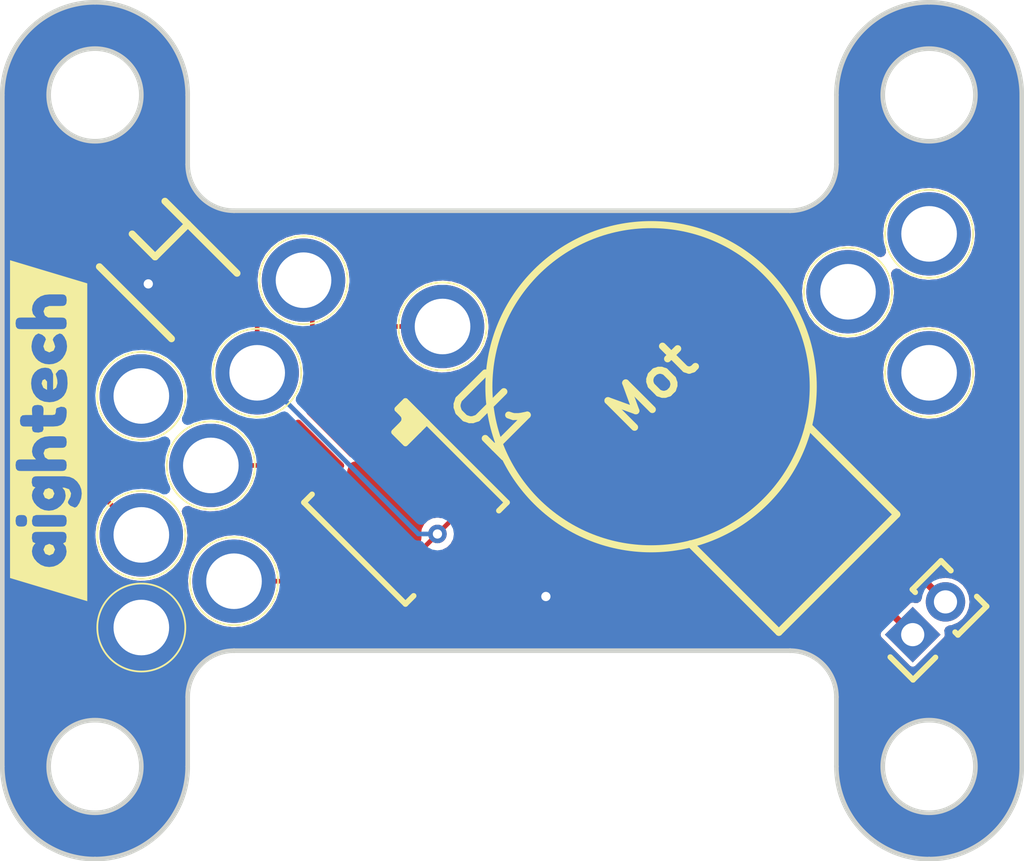
<source format=kicad_pcb>
(kicad_pcb (version 20221018) (generator pcbnew)
  (layers (0 "F.Cu" signal "Front") (31 "B.Cu" signal "Back") (34 "B.Paste" user) (35 "F.Paste" user) (36 "B.SilkS" user "B.Silkscreen") (37 "F.SilkS" user "F.Silkscreen") (38 "B.Mask" user) (39 "F.Mask" user) (44 "Edge.Cuts" user))
  (net 0 "")
  (net 1 "GND")
  (net 2 "OUT2")
  (net 3 "RESETB")
  (net 4 "+3.3V")
  (net 5 "OUT3")
  (net 6 "OUT1")
  (net 7 "I2C_SCL")
  (net 8 "I2C_SDA")
  (net 9 "AUX2")
  (net 10 "AUX1")
  (net 11 "+5VA")
  (net 12 "MOT-")
  (net 13 "MOT+")
  (net 14 "/reg")
  (footprint "00_custom-footprints:WS2812-2020" (layer "F.Cu") (at 143.58 92.28 135)
    (fp_text reference "U2" hide)
    (fp_text value "WS2812-2020" hide)
    (fp_line (start -1.1 -1) (end 1.1 -1) (stroke (width 0.15)) (layer "F.SilkS"))
    (fp_line (start -1.1 1) (end 1.1 1) (stroke (width 0.15)) (layer "F.SilkS"))
    (fp_line (start 0.4 0) (end 1.1 0) (stroke (width 0.15)) (layer "F.SilkS"))
    (fp_line (start 0.4 1) (end 0.4 0) (stroke (width 0.15)) (layer "F.SilkS"))
    (pad "1" smd rect (at 0.915 0.55 135) (size 0.7 0.7) (layers "F.Cu" "F.Paste" "F.Mask"))
    (pad "2" smd rect (at 0.915 -0.55 135) (size 0.7 0.7) (layers "F.Cu" "F.Paste" "F.Mask") (net 1 "GND"))
    (pad "3" smd rect (at -0.915 -0.55 135) (size 0.7 0.7) (layers "F.Cu" "F.Paste" "F.Mask") (net 2 "OUT2"))
    (pad "4" smd rect (at -0.915 0.55 135) (size 0.7 0.7) (layers "F.Cu" "F.Paste" "F.Mask") (net 4 "+3.3V"))
  )
  (footprint "00_Custom:Pin_D1.2mm_pogo" (layer "F.Cu") (at 146.5 92.5)
    (fp_text reference "J32" hide)
    (fp_text value "Conn_01x01_Female" hide)
    (pad "1" thru_hole circle (at 0 0) (size 1.8 1.8) (drill 1.2) (layers "*.Cu" "*.Mask") (net 8 "I2C_SDA"))
  )
  (footprint "00_Custom:Pin_D1.2mm_pogo" (layer "F.Cu") (at 144.5 96.5)
    (fp_text reference "J22" hide)
    (fp_text value "Conn_01x01_Female" hide)
    (pad "1" thru_hole circle (at 0 0) (size 1.8 1.8) (drill 1.2) (layers "*.Cu" "*.Mask") (net 5 "OUT3"))
  )
  (footprint "00_Custom:Pin_D1.2mm_pogo" (layer "F.Cu") (at 160 91.5)
    (fp_text reference "J43" hide)
    (fp_text value "Conn_01x01_Female" hide)
    (pad "1" thru_hole circle (at 0 0) (size 1.8 1.8) (drill 1.2) (layers "*.Cu" "*.Mask") (net 11 "+5VA"))
  )
  (footprint "00_Custom:Pin_D1.2mm_pogo" (layer "F.Cu") (at 145 99)
    (fp_text reference "J23" hide)
    (fp_text value "Conn_01x01_Female" hide)
    (pad "1" thru_hole circle (at 0 0) (size 1.8 1.8) (drill 1.2) (layers "*.Cu" "*.Mask") (net 6 "OUT1"))
  )
  (footprint "Capacitor_SMD:C_0201_0603Metric" (layer "F.Cu") (at 149.7 95.4 -45)
    (fp_text reference "C1" hide)
    (fp_text value "1uF" hide)
    (pad "1" smd roundrect (at -0.32 0 315) (size 0.46 0.4) (layers "F.Cu" "F.Mask") (net 14 "/reg"))
    (pad "2" smd roundrect (at 0.32 0 315) (size 0.46 0.4) (layers "F.Cu" "F.Mask") (net 1 "GND"))
  )
  (footprint "00_Custom:Pin_D1.2mm_pogo" (layer "F.Cu") (at 149.5 93.5)
    (fp_text reference "J31" hide)
    (fp_text value "Conn_01x01_Female" hide)
    (pad "1" thru_hole circle (at 0 0) (size 1.8 1.8) (drill 1.2) (layers "*.Cu" "*.Mask") (net 7 "I2C_SCL"))
  )
  (footprint "00_Custom:Pin_D1.2mm_pogo" (layer "F.Cu") (at 143 98)
    (fp_text reference "J12" hide)
    (fp_text value "Conn_01x01_Female" hide)
    (pad "1" thru_hole circle (at 0 0) (size 1.8 1.8) (drill 1.2) (layers "*.Cu" "*.Mask") (net 2 "OUT2"))
  )
  (footprint "00_custom-footprints:DRV2605L-VSSOP" (layer "F.Cu") (at 148.7 97.3 -45)
    (fp_text reference "U1" (at 0 -2.65 -45 unlocked) (layer "F.SilkS"))
    (fp_text value "DRV2605L" hide)
    (fp_line (start -1.55 -1.55) (end 1.55 -1.55) (stroke (width 0.12)) (layer "F.SilkS"))
    (fp_line (start -1.55 -1.3) (end -1.55 -1.55) (stroke (width 0.12)) (layer "F.SilkS"))
    (fp_line (start -1.55 1.55) (end -1.55 1.3) (stroke (width 0.12)) (layer "F.SilkS"))
    (fp_line (start -1.55 1.55) (end 1.55 1.55) (stroke (width 0.12)) (layer "F.SilkS"))
    (fp_line (start 1.55 -1.3) (end 1.55 -1.55) (stroke (width 0.12)) (layer "F.SilkS"))
    (fp_line (start 1.55 1.3) (end 1.55 1.55) (stroke (width 0.12)) (layer "F.SilkS"))
    (fp_rect (start -1.55 -1.3) (end -0.9 -1.55) (stroke (width 0.12)) (fill solid) (layer "F.SilkS"))
    (fp_rect (start -1.25 -0.9) (end -0.9 -1.3) (stroke (width 0.12)) (fill solid) (layer "F.SilkS"))
    (fp_arc (start -1.4 -1.3) (mid -1.293934 -1.256066) (end -1.25 -1.15) (stroke (width 0.12)) (layer "F.SilkS"))
    (pad "1" smd roundrect (at -2.2 -1 315) (size 1.45 0.3) (layers "F.Cu" "F.Paste" "F.Mask") (net 14 "/reg"))
    (pad "2" smd roundrect (at -2.2 -0.5 315) (size 1.45 0.3) (layers "F.Cu" "F.Paste" "F.Mask") (net 7 "I2C_SCL"))
    (pad "3" smd roundrect (at -2.2 0 315) (size 1.45 0.3) (layers "F.Cu" "F.Paste" "F.Mask") (net 8 "I2C_SDA"))
    (pad "4" smd roundrect (at -2.2 0.5 315) (size 1.45 0.3) (layers "F.Cu" "F.Paste" "F.Mask") (net 6 "OUT1"))
    (pad "5" smd roundrect (at -2.2 1 315) (size 1.45 0.3) (layers "F.Cu" "F.Paste" "F.Mask") (net 5 "OUT3"))
    (pad "6" smd roundrect (at 2.2 1 315) (size 1.45 0.3) (layers "F.Cu" "F.Paste" "F.Mask") (net 4 "+3.3V"))
    (pad "7" smd roundrect (at 2.2 0.5 315) (size 1.45 0.3) (layers "F.Cu" "F.Paste" "F.Mask") (net 13 "MOT+"))
    (pad "8" smd roundrect (at 2.2 0 315) (size 1.45 0.3) (layers "F.Cu" "F.Paste" "F.Mask") (net 1 "GND"))
    (pad "9" smd roundrect (at 2.2 -0.5 315) (size 1.45 0.3) (layers "F.Cu" "F.Paste" "F.Mask") (net 12 "MOT-"))
    (pad "10" smd roundrect (at 2.2 -1 315) (size 1.45 0.3) (layers "F.Cu" "F.Paste" "F.Mask") (net 4 "+3.3V"))
  )
  (footprint "00_Custom:Pin_D1.2mm_pogo" (layer "F.Cu") (at 158.25 92.75)
    (fp_text reference "J42" hide)
    (fp_text value "Conn_01x01_Female" hide)
    (pad "1" thru_hole circle (at 0 0) (size 1.8 1.8) (drill 1.2) (layers "*.Cu" "*.Mask") (net 10 "AUX1"))
  )
  (footprint "00_Custom:Pin_D1.2mm_pogo" (layer "F.Cu") (at 143 95)
    (fp_text reference "J13" hide)
    (fp_text value "Conn_01x01_Female" hide)
    (pad "1" thru_hole circle (at 0 0) (size 1.8 1.8) (drill 1.2) (layers "*.Cu" "*.Mask") (net 3 "RESETB"))
  )
  (footprint "kibuzzard-63F61033" (layer "F.Cu") (at 141 95.75 90)
    (fp_text reference "kibuzzard-63F61033" hide)
    (fp_text value "G***" hide)
    (fp_poly (pts (xy 1.060132 -0.03429) (xy 1.114425 -0.08001) (xy 1.089422 -0.132874) (xy 1.017984 -0.152876) (xy 0.92583 -0.115014) (xy 0.88011 -0.03429) (xy 1.060132 -0.03429)) (fill solid) (layer "F.SilkS"))
    (fp_poly (pts (xy -2.693194 0.014287) (xy -2.656046 0.099298) (xy -2.566035 0.13716) (xy -2.478167 0.098584) (xy -2.443162 0.013573) (xy -2.476738 -0.072866) (xy -2.566749 -0.112871) (xy -2.658189 -0.072866) (xy -2.693194 0.014287)) (fill solid) (layer "F.SilkS"))
    (fp_poly (pts (xy -1.483042 0.003572) (xy -1.446609 0.087154) (xy -1.358027 0.124301) (xy -1.271587 0.086439) (xy -1.237297 0.003572) (xy -1.270159 -0.080724) (xy -1.358741 -0.120015) (xy -1.448752 -0.081439) (xy -1.483042 0.003572)) (fill solid) (layer "F.SilkS"))
    (fp_poly (pts (xy -2.943225 -0.833438) (xy -3.18135 -0.833438) (xy -3.681412 0.833438) (xy -3.18135 0.833438) (xy -2.943225 0.833438) (xy -2.296716 0.833438) (xy -2.296716 0.387191) (xy -2.401014 0.367903) (xy -2.431732 0.311467) (xy -2.502277 0.36826) (xy -2.608183 0.387191) (xy -2.68859 0.37465) (xy -2.765028 0.337026) (xy -2.837497 0.27432) (xy -2.896235 0.195024) (xy -2.931477 0.107632) (xy -2.943225 0.012144) (xy -2.931398 -0.083264) (xy -2.895917 -0.170418) (xy -2.836783 -0.249317) (xy -2.76352 -0.311626) (xy -2.685653 -0.349012) (xy -2.603182 -0.361474) (xy -2.5146 -0.344329) (xy -2.458879 -0.312182) (xy -2.433161 -0.282893) (xy -2.400657 -0.3429) (xy -2.32029 -0.362903) (xy -2.237422 -0.35433) (xy -2.199561 -0.324326) (xy -2.186702 -0.286464) (xy -2.184559 -0.237173) (xy -2.184559 0.26289) (xy -2.186702 0.312182) (xy -2.198846 0.350044) (xy -2.233315 0.377904) (xy -2.296716 0.387191) (xy -2.296716 0.833438) (xy -1.945957 0.833438) (xy -1.945957 0.390049) (xy -2.018467 0.380405) (xy -2.055971 0.351473) (xy -2.068116 0.314325) (xy -2.070259 0.264319) (xy -2.070259 -0.237173) (xy -2.068116 -0.286464) (xy -2.055971 -0.324326) (xy -2.018109 -0.352187) (xy -1.945243 -0.361384) (xy -1.945243 -0.464344) (xy -2.017395 -0.472916) (xy -2.055257 -0.50292) (xy -2.068116 -0.540782) (xy -2.070259 -0.590074) (xy -2.068116 -0.639366) (xy -2.055971 -0.675799) (xy -2.018109 -0.704731) (xy -1.944529 -0.714375) (xy -1.872377 -0.704731) (xy -1.835944 -0.675799) (xy -1.822371 -0.637937) (xy -1.820227 -0.588645) (xy -1.822371 -0.539353) (xy -1.835229 -0.502206) (xy -1.873091 -0.472916) (xy -1.945243 -0.464344) (xy -1.945243 -0.361384) (xy -1.944529 -0.361474) (xy -1.847374 -0.337185) (xy -1.821656 -0.275749) (xy -1.820227 -0.234315) (xy -1.820227 0.265747) (xy -1.822371 0.315039) (xy -1.835944 0.352901) (xy -1.872734 0.380762) (xy -1.945957 0.390049) (xy -1.945957 0.833438) (xy -1.355884 0.833438) (xy -1.355884 0.714375) (xy -1.461968 0.701159) (xy -1.563052 0.661511) (xy -1.63699 0.611148) (xy -1.661636 0.565785) (xy -1.618774 0.467201) (xy -1.576626 0.425768) (xy -1.541621 0.414338) (xy -1.500187 0.431483) (xy -1.42875 0.47113) (xy -1.351597 0.484346) (xy -1.263015 0.441484) (xy -1.228725 0.338614) (xy -1.228725 0.295751) (xy -1.299091 0.349329) (xy -1.401604 0.367189) (xy -1.478994 0.355044) (xy -1.553051 0.318611) (xy -1.623774 0.257889) (xy -1.681321 0.180975) (xy -1.715849 0.095964) (xy -1.727359 0.002857) (xy -1.71577 -0.090329) (xy -1.681004 -0.175578) (xy -1.62306 -0.252889) (xy -1.551305 -0.314008) (xy -1.475105 -0.350679) (xy -1.39446 -0.362903) (xy -1.305877 -0.345043) (xy -1.250871 -0.312182) (xy -1.227296 -0.284321) (xy -1.198007 -0.345043) (xy -1.117282 -0.36576) (xy -1.035844 -0.357188) (xy -0.999411 -0.327898) (xy -0.986552 -0.291465) (xy -0.984409 -0.242888) (xy -0.984409 0.348615) (xy -0.997109 0.451088) (xy -1.035209 0.539433) (xy -1.098709 0.613648) (xy -1.178084 0.669608) (xy -1.263809 0.703183) (xy -1.355884 0.714375) (xy -1.355884 0.833438) (xy -0.245745 0.833438) (xy -0.245745 0.390049) (xy -0.316468 0.380762) (xy -0.35433 0.352901) (xy -0.367903 0.314325) (xy -0.370046 0.26289) (xy -0.370046 0.012859) (xy -0.402907 -0.078581) (xy -0.486489 -0.111443) (xy -0.575786 -0.080724) (xy -0.620077 -0.01143) (xy -0.620077 0.265747) (xy -0.622221 0.315039) (xy -0.635794 0.352901) (xy -0.672584 0.380762) (xy -0.745807 0.390049) (xy -0.818317 0.380405) (xy -0.855821 0.351473) (xy -0.867966 0.314325) (xy -0.870109 0.264319) (xy -0.870109 -0.590074) (xy -0.867966 -0.639366) (xy -0.855821 -0.675799) (xy -0.817959 -0.704731) (xy -0.744379 -0.714375) (xy -0.672227 -0.704731) (xy -0.635794 -0.675799) (xy -0.622221 -0.637937) (xy -0.620077 -0.588645) (xy -0.620077 -0.272891) (xy -0.542568 -0.338257) (xy -0.452914 -0.360045) (xy -0.362982 -0.34798) (xy -0.283686 -0.311785) (xy -0.215027 -0.25146) (xy -0.162242 -0.173673) (xy -0.130572 -0.08509) (xy -0.120015 0.014287) (xy -0.120015 0.265747) (xy -0.122158 0.315039) (xy -0.135731 0.352901) (xy -0.172522 0.380762) (xy -0.245745 0.390049) (xy -0.245745 0.833438) (xy 0.392906 0.833438) (xy 0.392906 0.390049) (xy 0.301784 0.382587) (xy 0.226536 0.360204) (xy 0.167164 0.322897) (xy 0.124301 0.267811) (xy 0.098584 0.192088) (xy 0.090011 0.095726) (xy 0.090011 -0.115729) (xy 0.031433 -0.111443) (xy -0.020717 -0.135731) (xy -0.041434 -0.218599) (xy -0.03429 -0.303609) (xy -0.014287 -0.341471) (xy 0.042863 -0.360045) (xy 0.090011 -0.35433) (xy 0.090011 -0.501491) (xy 0.092154 -0.550069) (xy 0.105728 -0.584359) (xy 0.142518 -0.611148) (xy 0.215741 -0.620078) (xy 0.293251 -0.606862) (xy 0.33147 -0.567214) (xy 0.338614 -0.494348) (xy 0.338614 -0.35433) (xy 0.433626 -0.360045) (xy 0.482203 -0.357902) (xy 0.520065 -0.344329) (xy 0.547926 -0.307538) (xy 0.557213 -0.234315) (xy 0.547568 -0.161806) (xy 0.518636 -0.124301) (xy 0.480774 -0.112157) (xy 0.431483 -0.110014) (xy 0.338614 -0.115729) (xy 0.338614 0.081439) (xy 0.350758 0.13716) (xy 0.396478 0.154305) (xy 0.447913 0.156448) (xy 0.485775 0.170021) (xy 0.518636 0.265747) (xy 0.508635 0.338257) (xy 0.478631 0.375761) (xy 0.440769 0.387906) (xy 0.392906 0.390049) (xy 0.392906 0.833438) (xy 1.020127 0.833438) (xy 1.020127 0.408623) (xy 0.920294 0.399514) (xy 0.832247 0.372189) (xy 0.759202 0.329863) (xy 0.704374 0.275749) (xy 0.654368 0.19558) (xy 0.624364 0.109379) (xy 0.614363 0.017145) (xy 0.627301 -0.094853) (xy 0.666115 -0.190818) (xy 0.730806 -0.270748) (xy 0.814864 -0.330676) (xy 0.911781 -0.366633) (xy 1.021556 -0.378619) (xy 1.114246 -0.369868) (xy 1.193721 -0.343614) (xy 1.259979 -0.299859) (xy 1.313021 -0.238601) (xy 1.349454 -0.160913) (xy 1.361599 -0.076438) (xy 1.350705 0) (xy 1.318022 0.053578) (xy 1.221581 0.095726) (xy 0.882967 0.095726) (xy 0.930116 0.162878) (xy 1.024414 0.190024) (xy 1.098352 0.185738) (xy 1.15443 0.172879) (xy 1.170146 0.167164) (xy 1.227296 0.151448) (xy 1.305878 0.215741) (xy 1.324451 0.281464) (xy 1.305431 0.337096) (xy 1.24837 0.376833) (xy 1.153269 0.400675) (xy 1.020127 0.408623) (xy 1.020127 0.833438) (xy 1.821656 0.833438) (xy 1.821656 0.397193) (xy 1.734185 0.386556) (xy 1.648936 0.354648) (xy 1.56591 0.301466) (xy 1.512689 0.248067) (xy 1.470184 0.179308) (xy 1.442323 0.098941) (xy 1.433036 0.010716) (xy 1.442323 -0.077152) (xy 1.470184 -0.156448) (xy 1.512689 -0.224135) (xy 1.56591 -0.277178) (xy 1.646714 -0.329565) (xy 1.73101 -0.360998) (xy 1.818799 -0.371475) (xy 1.924526 -0.356473) (xy 2.00025 -0.327184) (xy 2.02311 -0.312896) (xy 2.063115 -0.28575) (xy 2.100263 -0.220742) (xy 2.070259 -0.138589) (xy 2.019895 -0.079653) (xy 1.971675 -0.060008) (xy 1.894523 -0.09144) (xy 1.820942 -0.115729) (xy 1.731645 -0.081439) (xy 1.690211 0.013573) (xy 1.730216 0.107871) (xy 1.815227 0.141446) (xy 1.899523 0.115014) (xy 1.963103 0.088582) (xy 2.010608 0.107513) (xy 2.067401 0.164306) (xy 2.100263 0.238601) (xy 2.080617 0.291108) (xy 2.021681 0.340042) (xy 1.930956 0.382905) (xy 1.821656 0.397193) (xy 1.821656 0.833438) (xy 2.817495 0.833438) (xy 2.817495 0.390049) (xy 2.746772 0.380762) (xy 2.70891 0.352901) (xy 2.695337 0.314325) (xy 2.693194 0.26289) (xy 2.693194 0.012859) (xy 2.660332 -0.078581) (xy 2.576751 -0.111443) (xy 2.487454 -0.080724) (xy 2.443162 -0.01143) (xy 2.443162 0.265747) (xy 2.441019 0.315039) (xy 2.427446 0.352901) (xy 2.390656 0.380762) (xy 2.317433 0.390049) (xy 2.244923 0.380405) (xy 2.207419 0.351473) (xy 2.195274 0.314325) (xy 2.193131 0.264319) (xy 2.193131 -0.590074) (xy 2.195274 -0.639366) (xy 2.207419 -0.675799) (xy 2.245281 -0.704731) (xy 2.318861 -0.714375) (xy 2.391013 -0.704731) (xy 2.427446 -0.675799) (xy 2.441019 -0.637937) (xy 2.443162 -0.588645) (xy 2.443162 -0.272891) (xy 2.520672 -0.338257) (xy 2.610326 -0.360045) (xy 2.700258 -0.34798) (xy 2.779554 -0.311785) (xy 2.848213 -0.25146) (xy 2.900998 -0.173673) (xy 2.932668 -0.08509) (xy 2.943225 0.014287) (xy 2.943225 0.265747) (xy 2.941082 0.315039) (xy 2.927509 0.352901) (xy 2.890718 0.380762) (xy 2.817495 0.390049) (xy 2.817495 0.833438) (xy 2.943225 0.833438) (xy 3.18135 0.833438) (xy 3.681413 -0.833438) (xy 3.18135 -0.833438) (xy 2.943225 -0.833438) (xy -2.943225 -0.833438)) (fill solid) (layer "F.SilkS"))
  )
  (footprint "00_Custom:Pin_D1.2mm_pogo" (layer "F.Cu") (at 160 94.5)
    (fp_text reference "J41" hide)
    (fp_text value "Conn_01x01_Female" hide)
    (pad "1" thru_hole circle (at 0 0) (size 1.8 1.8) (drill 1.2) (layers "*.Cu" "*.Mask") (net 9 "AUX2"))
  )
  (footprint "00_Custom:Pin_D1.2mm_pogo" (layer "F.Cu") (at 145.5 94.5)
    (fp_text reference "J21" hide)
    (fp_text value "Conn_01x01_Female" hide)
    (pad "1" thru_hole circle (at 0 0) (size 1.8 1.8) (drill 1.2) (layers "*.Cu" "*.Mask") (net 4 "+3.3V"))
  )
  (footprint "00_Custom:Pin_D1.2mm_pogo" (layer "F.Cu") (at 143 100)
    (fp_text reference "J11" hide)
    (fp_text value "Conn_01x01_Female" hide)
    (pad "1" thru_hole circle (at 0 0) (size 1.8 1.8) (drill 1.2) (layers "*.Cu" "*.Mask") (net 1 "GND"))
  )
  (footprint "00_custom-footprints:LRA0832BE03L15" (layer "F.Cu") (at 154 94.8 45)
    (fp_text reference "M1" hide)
    (fp_text value "LRA" hide)
    (fp_text user "Mot\n" (at 0 0 45) (layer "F.SilkS") (effects (font (size 0.8128 0.8128) (thickness 0.1524))))
    (fp_line (start -1.800001 5.7) (end -1.800001 3) (stroke (width 0.1524)) (layer "F.SilkS"))
    (fp_line (start -1.800001 5.7) (end 1.8 5.7) (stroke (width 0.1524)) (layer "F.SilkS"))
    (fp_line (start 1.8 5.7) (end 1.8 3) (stroke (width 0.1524)) (layer "F.SilkS"))
    (fp_circle (center 0 0) (end 3.5 0) (stroke (width 0.1524)) (fill none) (layer "F.SilkS"))
  )
  (footprint "Connector_PinHeader_1.00mm:PinHeader_1x02_P1.00mm_Vertical" (layer "F.Cu") (at 159.646447 100.153553 135)
    (fp_text reference "J0" hide)
    (fp_text value "Conn_01x02_Male" hide)
    (fp_line (start -0.695 -0.685) (end 0 -0.685) (stroke (width 0.12)) (layer "F.SilkS"))
    (fp_line (start -0.695 0) (end -0.695 -0.685) (stroke (width 0.12)) (layer "F.SilkS"))
    (fp_line (start -0.695 0.685) (end -0.695 1.56) (stroke (width 0.12)) (layer "F.SilkS"))
    (fp_line (start -0.695 0.685) (end -0.608276 0.685) (stroke (width 0.12)) (layer "F.SilkS"))
    (fp_line (start -0.695 1.56) (end -0.394493 1.56) (stroke (width 0.12)) (layer "F.SilkS"))
    (fp_line (start 0.394493 1.56) (end 0.695 1.56) (stroke (width 0.12)) (layer "F.SilkS"))
    (fp_line (start 0.608276 0.685) (end 0.695 0.685) (stroke (width 0.12)) (layer "F.SilkS"))
    (fp_line (start 0.695 0.685) (end 0.695 1.56) (stroke (width 0.12)) (layer "F.SilkS"))
    (pad "1" thru_hole rect (at 0 0 135) (size 0.85 0.85) (drill 0.5) (layers "*.Cu" "*.Mask") (net 13 "MOT+"))
    (pad "2" thru_hole oval (at 0 1 135) (size 0.85 0.85) (drill 0.5) (layers "*.Cu" "*.Mask") (net 12 "MOT-"))
  )
  (gr_circle (center 144.5 96.499999) (end 145.45 96.499999) (stroke (width 0.0381)) (fill none) (layer "F.SilkS"))
  (gr_circle (center 149.5 93.5) (end 150.45 93.5) (stroke (width 0.0381)) (fill none) (layer "F.SilkS"))
  (gr_circle (center 160 94.5) (end 160.95 94.5) (stroke (width 0.0381)) (fill none) (layer "F.SilkS"))
  (gr_circle (center 143 98) (end 143.95 98) (stroke (width 0.0381)) (fill none) (layer "F.SilkS"))
  (gr_circle (center 158.25 92.75) (end 159.2 92.75) (stroke (width 0.0381)) (fill none) (layer "F.SilkS"))
  (gr_circle (center 143.000001 95) (end 143.950001 95) (stroke (width 0.0381)) (fill none) (layer "F.SilkS"))
  (gr_circle (center 146.5 92.5) (end 147.45 92.5) (stroke (width 0.0381)) (fill none) (layer "F.SilkS"))
  (gr_circle (center 143 100) (end 143.95 100) (stroke (width 0.0381)) (fill none) (layer "F.SilkS"))
  (gr_circle (center 160 91.5) (end 160.95 91.5) (stroke (width 0.0381)) (fill none) (layer "F.SilkS"))
  (gr_circle (center 145 99) (end 145.95 99) (stroke (width 0.0381)) (fill none) (layer "F.SilkS"))
  (gr_circle (center 145.5 94.5) (end 146.45 94.5) (stroke (width 0.0381)) (fill none) (layer "F.SilkS"))
  (gr_arc (start 158 90) (mid 157.707107 90.707107) (end 157 91) (stroke (width 0.1)) (layer "Edge.Cuts"))
  (gr_arc (start 144 103) (mid 143.414213 104.414213) (end 142 105) (stroke (width 0.1)) (layer "Edge.Cuts"))
  (gr_circle (center 141.999999 103.000001) (end 142.999999 103.000001) (stroke (width 0.1)) (fill none) (layer "Edge.Cuts"))
  (gr_arc (start 160 105) (mid 158.585787 104.414213) (end 158 103) (stroke (width 0.1)) (layer "Edge.Cuts"))
  (gr_line (start 144 101.5) (end 144.000001 103.000001) (stroke (width 0.1)) (layer "Edge.Cuts"))
  (gr_line (start 161.999999 88.499999) (end 162 103) (stroke (width 0.1)) (layer "Edge.Cuts"))
  (gr_arc (start 144 101.5) (mid 144.292893 100.792893) (end 145 100.5) (stroke (width 0.1)) (layer "Edge.Cuts"))
  (gr_arc (start 157.999999 88.499999) (mid 158.585786 87.085786) (end 159.999999 86.499999) (stroke (width 0.1)) (layer "Edge.Cuts"))
  (gr_line (start 158 103) (end 158 101.5) (stroke (width 0.1)) (layer "Edge.Cuts"))
  (gr_line (start 139.999999 88.499999) (end 140 103) (stroke (width 0.1)) (layer "Edge.Cuts"))
  (gr_circle (center 141.999999 88.499999) (end 142.999999 88.499999) (stroke (width 0.1)) (fill none) (layer "Edge.Cuts"))
  (gr_line (start 145 91) (end 157 91) (stroke (width 0.1)) (layer "Edge.Cuts"))
  (gr_circle (center 160.000001 103.000001) (end 161.000001 103.000001) (stroke (width 0.1)) (fill none) (layer "Edge.Cuts"))
  (gr_arc (start 162 103) (mid 161.414214 104.414214) (end 160 105) (stroke (width 0.1)) (layer "Edge.Cuts"))
  (gr_arc (start 142 105) (mid 140.585786 104.414214) (end 140 103) (stroke (width 0.1)) (layer "Edge.Cuts"))
  (gr_arc (start 139.999999 88.499999) (mid 140.585786 87.085786) (end 141.999999 86.499999) (stroke (width 0.1)) (layer "Edge.Cuts"))
  (gr_arc (start 157 100.5) (mid 157.707107 100.792893) (end 158 101.5) (stroke (width 0.1)) (layer "Edge.Cuts"))
  (gr_line (start 144 88.5) (end 144 90) (stroke (width 0.1)) (layer "Edge.Cuts"))
  (gr_circle (center 160.000002 88.499996) (end 161.000002 88.499996) (stroke (width 0.1)) (fill none) (layer "Edge.Cuts"))
  (gr_arc (start 145 91) (mid 144.292893 90.707107) (end 144 90) (stroke (width 0.1)) (layer "Edge.Cuts"))
  (gr_arc (start 142 86.5) (mid 143.414213 87.085787) (end 144 88.5) (stroke (width 0.1)) (layer "Edge.Cuts"))
  (gr_line (start 158 90) (end 157.999999 88.499999) (stroke (width 0.1)) (layer "Edge.Cuts"))
  (gr_arc (start 159.999999 86.499999) (mid 161.414213 87.085785) (end 161.999999 88.499999) (stroke (width 0.1)) (layer "Edge.Cuts"))
  (gr_line (start 157 100.5) (end 145 100.5) (stroke (width 0.1)) (layer "Edge.Cuts"))
  (segment (start 142.544089 92.021906) (end 142.591906 92.021906) (width 0.1) (layer "F.Cu") (net 1))
  (segment (start 142.591906 92.021906) (end 143.15 92.58) (width 0.1) (layer "F.Cu") (net 1))
  (segment (start 150.73 99.33) (end 150.255635 98.855635) (width 0.1) (layer "F.Cu") (net 1))
  (segment (start 151.73 99.33) (end 150.73 99.33) (width 0.1) (layer "F.Cu") (net 1))
  (via (at 151.73 99.33) (size 0.4) (drill 0.2) (layers "F.Cu" "B.Cu") (net 1))
  (via (at 143.15 92.58) (size 0.4) (drill 0.2) (layers "F.Cu" "B.Cu") (net 1))
  (segment (start 141.67 96.67) (end 143 98) (width 0.1) (layer "F.Cu") (net 2))
  (segment (start 143.838094 93.315911) (end 142.604089 93.315911) (width 0.1) (layer "F.Cu") (net 2))
  (segment (start 141.67 94.25) (end 141.67 96.67) (width 0.1) (layer "F.Cu") (net 2))
  (segment (start 142.604089 93.315911) (end 141.67 94.25) (width 0.1) (layer "F.Cu") (net 2))
  (segment (start 144.615911 92.538094) (end 145.417817 93.34) (width 0.1) (layer "F.Cu") (net 4))
  (segment (start 149.71 97.66) (end 150.474214 97.66) (width 0.1) (layer "F.Cu") (net 4))
  (segment (start 149.05 98.32) (end 149.71 97.66) (width 0.1) (layer "F.Cu") (net 4))
  (segment (start 145.42 93.34) (end 145.5 93.42) (width 0.1) (layer "F.Cu") (net 4))
  (segment (start 145.417817 93.34) (end 145.42 93.34) (width 0.1) (layer "F.Cu") (net 4))
  (segment (start 149.548528 99.562742) (end 149.05 99.064214) (width 0.1) (layer "F.Cu") (net 4))
  (segment (start 149.05 99.064214) (end 149.05 98.32) (width 0.1) (layer "F.Cu") (net 4))
  (segment (start 145.5 93.42) (end 145.5 94.5) (width 0.1) (layer "F.Cu") (net 4))
  (segment (start 150.474214 97.66) (end 150.962742 98.148528) (width 0.1) (layer "F.Cu") (net 4))
  (via (at 149.39 97.98) (size 0.4) (drill 0.2) (layers "F.Cu" "B.Cu") (net 4))
  (segment (start 148.98 97.98) (end 149.39 97.98) (width 0.1) (layer "B.Cu") (net 4))
  (segment (start 145.5 94.5) (end 148.98 97.98) (width 0.1) (layer "B.Cu") (net 4))
  (segment (start 146.38873 96.5) (end 146.437258 96.451472) (width 0.1) (layer "F.Cu") (net 5))
  (segment (start 144.5 96.5) (end 146.38873 96.5) (width 0.1) (layer "F.Cu") (net 5))
  (segment (start 145 99) (end 146.6 99) (width 0.1) (layer "F.Cu") (net 6))
  (segment (start 147.3 98.3) (end 147.3 96.607106) (width 0.1) (layer "F.Cu") (net 6))
  (segment (start 147.3 96.607106) (end 146.790812 96.097918) (width 0.1) (layer "F.Cu") (net 6))
  (segment (start 146.6 99) (end 147.3 98.3) (width 0.1) (layer "F.Cu") (net 6))
  (segment (start 147.497918 95.390812) (end 147.02 94.912894) (width 0.1) (layer "F.Cu") (net 7))
  (segment (start 147.02 94.36) (end 147.88 93.5) (width 0.1) (layer "F.Cu") (net 7))
  (segment (start 147.88 93.5) (end 149.5 93.5) (width 0.1) (layer "F.Cu") (net 7))
  (segment (start 147.02 94.912894) (end 147.02 94.36) (width 0.1) (layer "F.Cu") (net 7))
  (segment (start 146.69 92.69) (end 146.5 92.5) (width 0.1) (layer "F.Cu") (net 8))
  (segment (start 147.144365 95.744365) (end 146.69 95.29) (width 0.1) (layer "F.Cu") (net 8))
  (segment (start 146.69 95.29) (end 146.69 92.69) (width 0.1) (layer "F.Cu") (net 8))
  (segment (start 150.609188 98.502082) (end 151.009486 98.90238) (width 0.1524) (layer "F.Cu") (net 12))
  (segment (start 159.809488 98.90238) (end 160.353554 99.446446) (width 0.1524) (layer "F.Cu") (net 12))
  (segment (start 151.009486 98.90238) (end 159.809488 98.90238) (width 0.1524) (layer "F.Cu") (net 12))
  (segment (start 149.902082 99.209188) (end 150.452894 99.76) (width 0.1524) (layer "F.Cu") (net 13))
  (segment (start 159.252894 99.76) (end 159.646447 100.153553) (width 0.1524) (layer "F.Cu") (net 13))
  (segment (start 150.452894 99.76) (end 159.252894 99.76) (width 0.1524) (layer "F.Cu") (net 13))
  (segment (start 147.851472 95.037258) (end 149.337258 95.037258) (width 0.1) (layer "F.Cu") (net 14))
  (segment (start 149.337258 95.037258) (end 149.473726 95.173726) (width 0.1) (layer "F.Cu") (net 14))
  (zone (net 1) (net_name "GND") (layers "F&B.Cu") (connect_pads yes (clearance 0)) (min_thickness 0.254) (fill yes (thermal_gap 0.508) (thermal_bridge_width 0.508) (smoothing fillet) (radius 1))
    (polygon (pts (xy 162 105) (xy 140 105) (xy 140 86.5) (xy 162 86.5)))
  )
)
</source>
